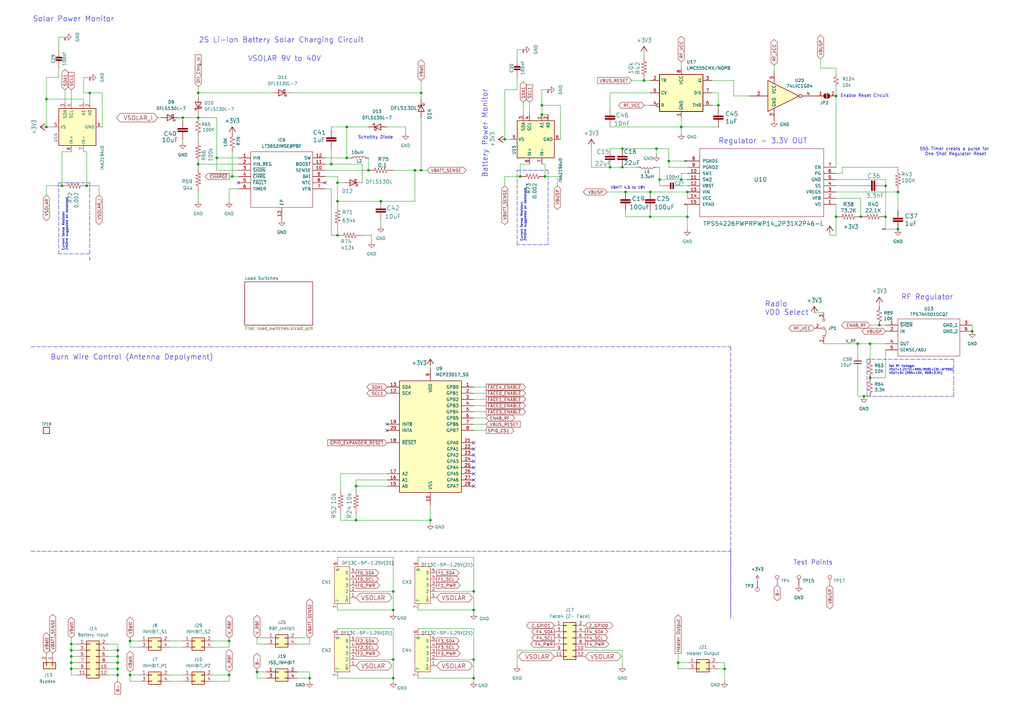
<source format=kicad_sch>
(kicad_sch (version 20250114) (generator "eeschema") (generator_version "9.0")
  (paper "A3")
  (text "Regulator - 3.3V OUT" (at 294.64 59.182 0) (effects (font (size 2.159 2.159)) (justify left bottom)))
  (text "Burn Wire Control (Antenna Depolyment)" (at 54.102 147.828 0) (effects (font (size 2.159 2.159)) (justify bottom)))
  (text "555 Timer creats a pulse for \nOne Shot Regulator Reset" (at 391.922 62.23 0) (effects (font (size 1.27 1.27))))
  (text "Solar Power Monitor" (at 13.462 9.144 0) (effects (font (size 2.159 2.159)) (justify left bottom)))
  (text "Radio\nVDD Select" (at 313.69 129.54 0) (effects (font (size 2.159 2.159)) (justify left bottom)))
  (text "Current Sense Resistor:\n2mOhm suggested on datasheet\n" (at 215.9 99.06 90) (effects (font (size 0.889 0.889)) (justify left bottom)))
  (text "Set RF Voltage:\nVOUT=1.21*(1+R55/R59)+(3E-6*R55)\nVOUT=5V (R55=10K, R59=3.3K)\n" (at 364.49 153.67 0) (effects (font (size 0.889 0.889)) (justify left bottom)))
  (text "Battery Power Monitor" (at 200.152 72.898 90) (effects (font (size 2.159 2.159)) (justify left bottom)))
  (text "VBATT 4.5 to 18V" (at 250.444 77.724 0) (effects (font (size 1.0668 1.0668)) (justify left bottom)))
  (text "VSOLAR 9V to 40V" (at 101.6 25.4 0) (effects (font (size 2.159 2.159)) (justify left bottom)))
  (text "RF Regulator" (at 369.57 123.19 0) (effects (font (size 2.159 2.159)) (justify left bottom)))
  (text "Enable Reset Circuit" (at 354.584 39.37 0) (effects (font (size 1.27 1.27))))
  (text "2S Li-Ion Battery Solar Charging Circuit" (at 81.534 17.78 0) (effects (font (size 2.159 2.159)) (justify left bottom)))
  (text "Schottky Diode\n" (at 161.29 57.15 0) (effects (font (size 1.27 1.27)) (justify right bottom)))
  (text "Test Points" (at 325.374 231.902 0) (effects (font (size 1.905 1.905)) (justify left bottom)))
  (text "Current Sense Resistor:\n2mOhm suggested on datasheet\n" (at 27.94 102.87 90) (effects (font (size 0.889 0.889)) (justify left bottom)))
  (junction (at 29.21 271.78))
  (junction (at 93.98 276.86))
  (junction (at 279.4 52.07))
  (junction (at 48.26 276.86))
  (junction (at 35.56 76.2))
  (junction (at 194.31 278.13))
  (junction (at 161.29 270.51))
  (junction (at 29.21 264.16))
  (junction (at 256.54 78.74))
  (junction (at 351.79 140.97))
  (junction (at 81.28 67.31))
  (junction (at 398.78 135.89))
  (junction (at 194.31 242.57))
  (junction (at 161.29 250.19))
  (junction (at 279.4 73.66))
  (junction (at 146.05 213.36))
  (junction (at 194.31 270.51))
  (junction (at 127 278.13))
  (junction (at 194.31 250.19))
  (junction (at 25.4 76.2))
  (junction (at 142.24 64.77))
  (junction (at 250.19 68.58))
  (junction (at 356.87 140.97))
  (junction (at 353.06 88.9))
  (junction (at 53.34 276.86))
  (junction (at 281.94 78.74))
  (junction (at 142.24 52.07))
  (junction (at 222.25 46.99))
  (junction (at 360.68 133.35))
  (junction (at 135.89 67.31))
  (junction (at 156.21 82.55))
  (junction (at 223.52 72.39))
  (junction (at 93.98 262.89))
  (junction (at 342.9 88.9))
  (junction (at 170.18 69.85))
  (junction (at 368.3 78.74))
  (junction (at 48.26 274.32))
  (junction (at 161.29 278.13))
  (junction (at 74.93 48.26))
  (junction (at 95.25 72.39))
  (junction (at 29.21 269.24))
  (junction (at 363.22 88.9))
  (junction (at 342.9 39.37))
  (junction (at 19.05 40.64))
  (junction (at 36.83 38.1))
  (junction (at 138.43 96.52))
  (junction (at 264.16 33.02))
  (junction (at 222.25 43.18))
  (junction (at 255.27 68.58))
  (junction (at 172.72 69.85))
  (junction (at 88.9 64.77))
  (junction (at 363.22 76.2))
  (junction (at 29.21 274.32))
  (junction (at 297.18 274.32))
  (junction (at 53.34 262.89))
  (junction (at 48.26 266.7))
  (junction (at 138.43 74.93))
  (junction (at 255.27 60.96))
  (junction (at 294.64 43.18))
  (junction (at 270.51 73.66))
  (junction (at 266.7 78.74))
  (junction (at 278.13 271.78))
  (junction (at 146.05 199.39))
  (junction (at 266.7 88.9))
  (junction (at 81.28 48.26))
  (junction (at 274.32 66.04))
  (junction (at 354.33 162.56))
  (junction (at 207.01 57.15))
  (junction (at 161.29 242.57))
  (junction (at 368.3 93.98))
  (junction (at 172.72 38.1))
  (junction (at 356.87 154.94))
  (junction (at 29.21 266.7))
  (junction (at 48.26 271.78))
  (junction (at 281.94 88.9))
  (junction (at 213.36 72.39))
  (junction (at 176.53 213.36))
  (junction (at 81.28 38.1))
  (junction (at 105.41 275.59))
  (junction (at 269.24 60.96))
  (junction (at 19.05 52.07))
  (junction (at 151.13 69.85))
  (junction (at 138.43 82.55))
  (junction (at 48.26 269.24))
  (no_connect (at 194.31 189.23))
  (no_connect (at 194.31 199.39))
  (no_connect (at 158.75 176.53))
  (no_connect (at 194.31 186.69))
  (no_connect (at 133.35 74.93))
  (no_connect (at 194.31 184.15))
  (no_connect (at 194.31 191.77))
  (no_connect (at 97.79 74.93))
  (no_connect (at 194.31 181.61))
  (no_connect (at 194.31 196.85))
  (no_connect (at 194.31 194.31))
  (no_connect (at 158.75 173.99))
  (wire (pts (xy 255.27 68.58) (xy 261.62 68.58)))
  (wire (pts (xy 139.7 210.82) (xy 139.7 213.36)))
  (wire (pts (xy 278.13 271.78) (xy 278.13 274.32)))
  (wire (pts (xy 351.79 162.56) (xy 354.33 162.56)))
  (wire (pts (xy 66.04 48.26) (xy 64.77 48.26)))
  (wire (pts (xy 105.41 261.62) (xy 105.41 264.16)))
  (wire (pts (xy 35.56 76.2) (xy 35.56 62.23)))
  (wire (pts (xy 93.98 265.43) (xy 93.98 262.89)))
  (wire (pts (xy 48.26 269.24) (xy 48.26 271.78)))
  (wire (pts (xy 105.41 264.16) (xy 109.22 264.16)))
  (wire (pts (xy 19.05 52.07) (xy 21.59 52.07)))
  (wire (pts (xy 29.21 269.24) (xy 29.21 271.78)))
  (wire (pts (xy 279.4 25.4) (xy 279.4 27.94)))
  (wire (pts (xy 256.54 78.74) (xy 248.92 78.74)))
  (wire (pts (xy 223.52 67.31) (xy 222.25 67.31)))
  (wire (pts (xy 34.29 38.1) (xy 34.29 31.75)))
  (wire (pts (xy 194.31 279.4) (xy 194.31 278.13)))
  (wire (pts (xy 279.4 52.07) (xy 279.4 48.26)))
  (wire (pts (xy 259.08 33.02) (xy 264.16 33.02)))
  (wire (pts (xy 29.21 271.78) (xy 31.75 271.78)))
  (wire (pts (xy 363.22 76.2) (xy 363.22 88.9)))
  (wire (pts (xy 29.21 266.7) (xy 29.21 269.24)))
  (wire (pts (xy 40.64 80.01) (xy 40.64 76.2)))
  (wire (pts (xy 274.32 66.04) (xy 274.32 68.58)))
  (wire (pts (xy 81.28 67.31) (xy 97.79 67.31)))
  (wire (pts (xy 105.41 278.13) (xy 109.22 278.13)))
  (wire (pts (xy 139.7 194.31) (xy 158.75 194.31)))
  (wire (pts (xy 170.18 69.85) (xy 161.29 69.85)))
  (wire (pts (xy 69.85 279.4) (xy 74.93 279.4)))
  (wire (pts (xy 138.43 278.13) (xy 161.29 278.13)))
  (wire (pts (xy 138.43 96.52) (xy 135.89 96.52)))
  (wire (pts (xy 138.43 228.6) (xy 138.43 229.87)))
  (wire (pts (xy 353.06 81.28) (xy 353.06 88.9)))
  (wire (pts (xy 171.45 278.13) (xy 194.31 278.13)))
  (wire (pts (xy 25.4 76.2) (xy 19.05 76.2)))
  (wire (pts (xy 41.91 38.1) (xy 36.83 38.1)))
  (wire (pts (xy 44.45 264.16) (xy 48.26 264.16)))
  (wire (pts (xy 135.89 52.07) (xy 135.89 53.34)))
  (polyline (pts (xy 36.83 105.41) (xy 36.83 106.68)))
  (wire (pts (xy 250.19 52.07) (xy 279.4 52.07)))
  (wire (pts (xy 53.34 262.89) (xy 53.34 265.43)))
  (wire (pts (xy 351.79 146.05) (xy 351.79 140.97)))
  (wire (pts (xy 142.24 64.77) (xy 143.51 64.77)))
  (wire (pts (xy 292.1 38.1) (xy 294.64 38.1)))
  (wire (pts (xy 121.92 278.13) (xy 127 278.13)))
  (wire (pts (xy 212.09 20.32) (xy 212.09 24.13)))
  (wire (pts (xy 250.19 38.1) (xy 266.7 38.1)))
  (wire (pts (xy 105.41 274.32) (xy 105.41 275.59)))
  (wire (pts (xy 172.72 48.26) (xy 172.72 69.85)))
  (polyline (pts (xy 24.13 74.93) (xy 36.83 74.93)) (stroke (width 0) (type dash)))
  (wire (pts (xy 44.45 269.24) (xy 48.26 269.24)))
  (wire (pts (xy 95.25 62.23) (xy 95.25 72.39)))
  (wire (pts (xy 81.28 38.1) (xy 81.28 39.37)))
  (wire (pts (xy 194.31 176.53) (xy 199.39 176.53)))
  (wire (pts (xy 363.22 154.94) (xy 363.22 143.51)))
  (wire (pts (xy 368.3 68.58) (xy 345.44 68.58)))
  (wire (pts (xy 146.05 210.82) (xy 146.05 213.36)))
  (wire (pts (xy 74.93 48.26) (xy 81.28 48.26)))
  (wire (pts (xy 281.94 81.28) (xy 281.94 78.74)))
  (wire (pts (xy 161.29 251.46) (xy 161.29 250.19)))
  (wire (pts (xy 48.26 264.16) (xy 48.26 266.7)))
  (wire (pts (xy 223.52 72.39) (xy 228.6 72.39)))
  (wire (pts (xy 26.67 15.24) (xy 24.13 15.24)))
  (wire (pts (xy 270.51 73.66) (xy 279.4 73.66)))
  (wire (pts (xy 36.83 38.1) (xy 34.29 38.1)))
  (wire (pts (xy 156.21 82.55) (xy 170.18 82.55)))
  (wire (pts (xy 207.01 57.15) (xy 209.55 57.15)))
  (wire (pts (xy 74.93 57.15) (xy 74.93 58.42)))
  (wire (pts (xy 88.9 69.85) (xy 97.79 69.85)))
  (wire (pts (xy 194.31 257.81) (xy 194.31 270.51)))
  (wire (pts (xy 156.21 90.17) (xy 156.21 92.71)))
  (wire (pts (xy 337.82 140.97) (xy 351.79 140.97)))
  (wire (pts (xy 48.26 276.86) (xy 48.26 279.4)))
  (wire (pts (xy 222.25 46.99) (xy 224.79 46.99)))
  (wire (pts (xy 176.53 214.63) (xy 176.53 213.36)))
  (wire (pts (xy 217.17 46.99) (xy 217.17 41.91)))
  (wire (pts (xy 161.29 257.81) (xy 161.29 270.51)))
  (wire (pts (xy 53.34 275.59) (xy 53.34 276.86)))
  (wire (pts (xy 93.98 72.39) (xy 95.25 72.39)))
  (polyline (pts (xy 391.16 162.56) (xy 391.16 147.32)) (stroke (width 0) (type dash)))
  (wire (pts (xy 148.59 67.31) (xy 148.59 74.93)))
  (wire (pts (xy 93.98 275.59) (xy 93.98 276.86)))
  (wire (pts (xy 138.43 82.55) (xy 138.43 83.82)))
  (wire (pts (xy 363.22 73.66) (xy 363.22 76.2)))
  (polyline (pts (xy 12.7 142.24) (xy 299.72 142.24)) (stroke (width 0) (type dash)))
  (wire (pts (xy 26.67 41.91) (xy 26.67 36.83)))
  (wire (pts (xy 279.4 54.61) (xy 279.4 52.07)))
  (polyline (pts (xy 224.79 100.33) (xy 212.09 100.33)) (stroke (width 0) (type dash)))
  (polyline (pts (xy 299.72 142.24) (xy 299.72 254)) (stroke (width 0) (type dash)))
  (wire (pts (xy 93.98 261.62) (xy 93.98 262.89)))
  (wire (pts (xy 342.9 78.74) (xy 368.3 78.74)))
  (wire (pts (xy 266.7 88.9) (xy 281.94 88.9)))
  (wire (pts (xy 336.55 27.94) (xy 336.55 24.13)))
  (polyline (pts (xy 212.09 69.85) (xy 224.79 69.85)) (stroke (width 0) (type dash)))
  (wire (pts (xy 135.89 96.52) (xy 135.89 77.47)))
  (wire (pts (xy 133.35 64.77) (xy 142.24 64.77)))
  (wire (pts (xy 48.26 274.32) (xy 48.26 276.86)))
  (wire (pts (xy 281.94 88.9) (xy 281.94 93.98)))
  (wire (pts (xy 34.29 41.91) (xy 34.29 40.64)))
  (wire (pts (xy 229.87 43.18) (xy 222.25 43.18)))
  (wire (pts (xy 97.79 72.39) (xy 95.25 72.39)))
  (wire (pts (xy 138.43 74.93) (xy 138.43 82.55)))
  (wire (pts (xy 227.33 266.7) (xy 212.09 266.7)))
  (wire (pts (xy 264.16 33.02) (xy 266.7 33.02)))
  (wire (pts (xy 345.44 68.58) (xy 345.44 71.12)))
  (wire (pts (xy 360.68 124.46) (xy 360.68 125.73)))
  (wire (pts (xy 269.24 60.96) (xy 274.32 60.96)))
  (wire (pts (xy 133.35 72.39) (xy 138.43 72.39)))
  (wire (pts (xy 81.28 35.56) (xy 81.28 38.1)))
  (wire (pts (xy 340.36 96.52) (xy 340.36 95.25)))
  (wire (pts (xy 69.85 262.89) (xy 74.93 262.89)))
  (wire (pts (xy 53.34 261.62) (xy 53.34 262.89)))
  (wire (pts (xy 342.9 88.9) (xy 342.9 96.52)))
  (wire (pts (xy 213.36 72.39) (xy 213.36 67.31)))
  (wire (pts (xy 242.57 59.69) (xy 242.57 68.58)))
  (wire (pts (xy 278.13 267.97) (xy 278.13 271.78)))
  (wire (pts (xy 194.31 278.13) (xy 194.31 270.51)))
  (wire (pts (xy 53.34 279.4) (xy 57.15 279.4)))
  (wire (pts (xy 266.7 88.9) (xy 266.7 86.36)))
  (wire (pts (xy 74.93 49.53) (xy 74.93 48.26)))
  (wire (pts (xy 121.92 275.59) (xy 127 275.59)))
  (wire (pts (xy 127 261.62) (xy 127 264.16)))
  (wire (pts (xy 172.72 69.85) (xy 175.26 69.85)))
  (wire (pts (xy 73.66 48.26) (xy 74.93 48.26)))
  (wire (pts (xy 29.21 41.91) (xy 29.21 36.83)))
  (wire (pts (xy 158.75 52.07) (xy 166.37 52.07)))
  (wire (pts (xy 29.21 269.24) (xy 31.75 269.24)))
  (wire (pts (xy 363.22 93.98) (xy 363.22 88.9)))
  (wire (pts (xy 172.72 33.02) (xy 172.72 38.1)))
  (wire (pts (xy 148.59 96.52) (xy 152.4 96.52)))
  (wire (pts (xy 127 278.13) (xy 127 279.4)))
  (wire (pts (xy 135.89 77.47) (xy 133.35 77.47)))
  (wire (pts (xy 171.45 257.81) (xy 194.31 257.81)))
  (wire (pts (xy 212.09 266.7) (xy 212.09 273.05)))
  (wire (pts (xy 138.43 82.55) (xy 156.21 82.55)))
  (wire (pts (xy 292.1 33.02) (xy 300.99 33.02)))
  (wire (pts (xy 342.9 76.2) (xy 354.33 76.2)))
  (wire (pts (xy 146.05 213.36) (xy 176.53 213.36)))
  (wire (pts (xy 264.16 43.18) (xy 266.7 43.18)))
  (wire (pts (xy 269.24 68.58) (xy 270.51 68.58)))
  (wire (pts (xy 81.28 67.31) (xy 81.28 68.58)))
  (wire (pts (xy 194.31 242.57) (xy 179.07 242.57)))
  (wire (pts (xy 212.09 31.75) (xy 212.09 36.83)))
  (wire (pts (xy 158.75 199.39) (xy 146.05 199.39)))
  (wire (pts (xy 342.9 73.66) (xy 363.22 73.66)))
  (wire (pts (xy 354.33 162.56) (xy 356.87 162.56)))
  (wire (pts (xy 279.4 52.07) (xy 294.64 52.07)))
  (wire (pts (xy 69.85 265.43) (xy 74.93 265.43)))
  (wire (pts (xy 294.64 271.78) (xy 297.18 271.78)))
  (wire (pts (xy 223.52 72.39) (xy 223.52 67.31)))
  (wire (pts (xy 170.18 69.85) (xy 172.72 69.85)))
  (wire (pts (xy 97.79 77.47) (xy 93.98 77.47)))
  (wire (pts (xy 161.29 242.57) (xy 146.05 242.57)))
  (wire (pts (xy 342.9 83.82) (xy 342.9 88.9)))
  (wire (pts (xy 361.95 76.2) (xy 363.22 76.2)))
  (wire (pts (xy 35.56 62.23) (xy 34.29 62.23)))
  (wire (pts (xy 138.43 72.39) (xy 138.43 74.93)))
  (wire (pts (xy 229.87 57.15) (xy 229.87 43.18)))
  (wire (pts (xy 135.89 67.31) (xy 133.35 67.31)))
  (polyline (pts (xy 24.13 104.14) (xy 24.13 74.93)) (stroke (width 0) (type dash)))
  (wire (pts (xy 171.45 228.6) (xy 194.31 228.6)))
  (wire (pts (xy 161.29 242.57) (xy 161.29 250.19)))
  (polyline (pts (xy 355.6 147.32) (xy 355.6 162.56)) (stroke (width 0) (type dash)))
  (wire (pts (xy 294.64 274.32) (xy 297.18 274.32)))
  (wire (pts (xy 199.39 163.83) (xy 194.31 163.83)))
  (wire (pts (xy 240.03 266.7) (xy 255.27 266.7)))
  (wire (pts (xy 214.63 20.32) (xy 212.09 20.32)))
  (wire (pts (xy 133.35 69.85) (xy 151.13 69.85)))
  (wire (pts (xy 274.32 68.58) (xy 281.94 68.58)))
  (wire (pts (xy 19.05 80.01) (xy 19.05 76.2)))
  (wire (pts (xy 138.43 250.19) (xy 161.29 250.19)))
  (wire (pts (xy 317.5 26.67) (xy 317.5 29.21)))
  (wire (pts (xy 342.9 96.52) (xy 340.36 96.52)))
  (polyline (pts (xy 224.79 69.85) (xy 224.79 100.33)) (stroke (width 0) (type dash)))
  (polyline (pts (xy 391.16 147.32) (xy 355.6 147.32)) (stroke (width 0) (type dash)))
  (wire (pts (xy 342.9 39.37) (xy 342.9 68.58)))
  (wire (pts (xy 151.13 64.77) (xy 151.13 69.85)))
  (wire (pts (xy 135.89 60.96) (xy 135.89 67.31)))
  (wire (pts (xy 194.31 250.19) (xy 194.31 242.57)))
  (wire (pts (xy 44.45 266.7) (xy 48.26 266.7)))
  (wire (pts (xy 250.19 68.58) (xy 255.27 68.58)))
  (wire (pts (xy 138.43 257.81) (xy 161.29 257.81)))
  (wire (pts (xy 161.29 278.13) (xy 161.29 279.4)))
  (wire (pts (xy 170.18 82.55) (xy 170.18 69.85)))
  (wire (pts (xy 121.92 261.62) (xy 127 261.62)))
  (wire (pts (xy 81.28 46.99) (xy 81.28 48.26)))
  (wire (pts (xy 152.4 96.52) (xy 152.4 99.06)))
  (wire (pts (xy 199.39 168.91) (xy 194.31 168.91)))
  (wire (pts (xy 105.41 261.62) (xy 109.22 261.62)))
  (wire (pts (xy 25.4 76.2) (xy 25.4 62.23)))
  (wire (pts (xy 368.3 78.74) (xy 368.3 86.36)))
  (wire (pts (xy 138.43 93.98) (xy 138.43 96.52)))
  (wire (pts (xy 31.75 274.32) (xy 29.21 274.32)))
  (wire (pts (xy 142.24 64.77) (xy 142.24 52.07)))
  (wire (pts (xy 24.13 31.75) (xy 19.05 31.75)))
  (wire (pts (xy 93.98 77.47) (xy 93.98 82.55)))
  (wire (pts (xy 199.39 158.75) (xy 194.31 158.75)))
  (wire (pts (xy 88.9 64.77) (xy 97.79 64.77)))
  (wire (pts (xy 363.22 93.98) (xy 368.3 93.98)))
  (wire (pts (xy 19.05 52.07) (xy 19.05 40.64)))
  (wire (pts (xy 194.31 251.46) (xy 194.31 250.19)))
  (wire (pts (xy 81.28 38.1) (xy 111.76 38.1)))
  (wire (pts (xy 53.34 262.89) (xy 57.15 262.89)))
  (wire (pts (xy 250.19 44.45) (xy 250.19 38.1)))
  (wire (pts (xy 300.99 39.37) (xy 307.34 39.37)))
  (polyline (pts (xy 36.83 105.41) (xy 36.83 106.68)))
  (wire (pts (xy 87.63 265.43) (xy 93.98 265.43)))
  (wire (pts (xy 342.9 35.56) (xy 342.9 39.37)))
  (wire (pts (xy 176.53 149.86) (xy 176.53 151.13)))
  (wire (pts (xy 242.57 68.58) (xy 250.19 68.58)))
  (wire (pts (xy 139.7 200.66) (xy 139.7 194.31)))
  (wire (pts (xy 334.01 128.27) (xy 337.82 128.27)))
  (wire (pts (xy 25.4 62.23) (xy 29.21 62.23)))
  (wire (pts (xy 93.98 262.89) (xy 87.63 262.89)))
  (wire (pts (xy 146.05 199.39) (xy 146.05 200.66)))
  (wire (pts (xy 36.83 31.75) (xy 34.29 31.75)))
  (wire (pts (xy 53.34 276.86) (xy 53.34 279.4)))
  (wire (pts (xy 356.87 147.32) (xy 356.87 140.97)))
  (wire (pts (xy 48.26 271.78) (xy 48.26 274.32)))
  (wire (pts (xy 176.53 213.36) (xy 176.53 207.01)))
  (wire (pts (xy 266.7 78.74) (xy 281.94 78.74)))
  (wire (pts (xy 36.83 41.91) (xy 36.83 38.1)))
  (wire (pts (xy 222.25 43.18) (xy 222.25 36.83)))
  (wire (pts (xy 297.18 271.78) (xy 297.18 274.32)))
  (wire (pts (xy 351.79 151.13) (xy 351.79 162.56)))
  (wire (pts (xy 356.87 140.97) (xy 363.22 140.97)))
  (wire (pts (xy 87.63 279.4) (xy 93.98 279.4)))
  (polyline (pts (xy 36.83 104.14) (xy 24.13 104.14)) (stroke (width 0) (type dash)))
  (wire (pts (xy 199.39 171.45) (xy 194.31 171.45)))
  (wire (pts (xy 35.56 76.2) (xy 40.64 76.2)))
  (wire (pts (xy 213.36 67.31) (xy 217.17 67.31)))
  (wire (pts (xy 44.45 271.78) (xy 48.26 271.78)))
  (wire (pts (xy 81.28 48.26) (xy 88.9 48.26)))
  (wire (pts (xy 29.21 266.7) (xy 31.75 266.7)))
  (wire (pts (xy 356.87 133.35) (xy 360.68 133.35)))
  (wire (pts (xy 146.05 196.85) (xy 146.05 199.39)))
  (wire (pts (xy 278.13 271.78) (xy 281.94 271.78)))
  (wire (pts (xy 24.13 15.24) (xy 24.13 20.32)))
  (wire (pts (xy 29.21 264.16) (xy 31.75 264.16)))
  (wire (pts (xy 81.28 78.74) (xy 81.28 82.55)))
  (wire (pts (xy 105.41 275.59) (xy 105.41 278.13)))
  (wire (pts (xy 161.29 228.6) (xy 161.29 242.57)))
  (wire (pts (xy 300.99 33.02) (xy 300.99 39.37)))
  (wire (pts (xy 199.39 166.37) (xy 194.31 166.37)))
  (polyline (pts (xy 36.83 74.93) (xy 36.83 104.14)) (stroke (width 0) (type dash)))
  (wire (pts (xy 279.4 73.66) (xy 279.4 71.12)))
  (wire (pts (xy 255.27 60.96) (xy 269.24 60.96)))
  (wire (pts (xy 142.24 52.07) (xy 151.13 52.07)))
  (wire (pts (xy 294.64 38.1) (xy 294.64 43.18)))
  (wire (pts (xy 270.51 76.2) (xy 270.51 73.66)))
  (wire (pts (xy 138.43 74.93) (xy 140.97 74.93)))
  (wire (pts (xy 250.19 60.96) (xy 255.27 60.96)))
  (wire (pts (xy 127 275.59) (xy 127 278.13)))
  (wire (pts (xy 171.45 250.19) (xy 194.31 250.19)))
  (wire (pts (xy 278.13 274.32) (xy 281.94 274.32)))
  (wire (pts (xy 294.64 43.18) (xy 294.64 44.45)))
  (wire (pts (xy 270.51 73.66) (xy 270.51 68.58)))
  (wire (pts (xy 161.29 270.51) (xy 161.29 278.13)))
  (wire (pts (xy 29.21 274.32) (xy 29.21 271.78)))
  (wire (pts (xy 269.24 63.5) (xy 269.24 60.96)))
  (wire (pts (xy 256.54 88.9) (xy 266.7 88.9)))
  (wire (pts (xy 270.51 76.2) (xy 271.78 76.2)))
  (polyline (pts (xy 299.72 226.06) (xy 299.72 252.73)))
  (wire (pts (xy 214.63 46.99) (xy 214.63 41.91)))
  (wire (pts (xy 105.41 275.59) (xy 109.22 275.59)))
  (wire (pts (xy 138.43 228.6) (xy 161.29 228.6)))
  (wire (pts (xy 53.34 265.43) (xy 57.15 265.43)))
  (wire (pts (xy 194.31 228.6) (xy 194.31 242.57)))
  (wire (pts (xy 199.39 161.29) (xy 194.31 161.29)))
  (wire (pts (xy 29.21 276.86) (xy 29.21 274.32)))
  (wire (pts (xy 121.92 264.16) (xy 127 264.16)))
  (wire (pts (xy 279.4 76.2) (xy 281.94 76.2)))
  (wire (pts (xy 255.27 266.7) (xy 255.27 273.05)))
  (wire (pts (xy 29.21 261.62) (xy 29.21 264.16)))
  (polyline (pts (xy 12.7 226.06) (xy 299.72 226.06)) (stroke (width 0) (type dash)))
  (wire (pts (xy 274.32 60.96) (xy 274.32 66.04)))
  (wire (pts (xy 31.75 276.86) (xy 29.21 276.86)))
  (wire (pts (xy 44.45 276.86) (xy 48.26 276.86)))
  (wire (pts (xy 342.9 27.94) (xy 336.55 27.94)))
  (wire (pts (xy 29.21 264.16) (xy 29.21 266.7)))
  (wire (pts (xy 88.9 48.26) (xy 88.9 64.77)))
  (wire (pts (xy 281.94 66.04) (xy 274.32 66.04)))
  (wire (pts (xy 228.6 76.2) (xy 228.6 72.39)))
  (wire (pts (xy 207.01 57.15) (xy 207.01 36.83)))
  (wire (pts (xy 24.13 27.94) (xy 24.13 31.75)))
  (wire (pts (xy 281.94 71.12) (xy 279.4 71.12)))
  (wire (pts (xy 292.1 43.18) (xy 294.64 43.18)))
  (wire (pts (xy 69.85 276.86) (xy 74.93 276.86)))
  (wire (pts (xy 139.7 213.36) (xy 146.05 213.36)))
  (wire (pts (xy 93.98 276.86) (xy 87.63 276.86)))
  (wire (pts (xy 148.59 67.31) (xy 135.89 67.31)))
  (wire (pts (xy 53.34 276.86) (xy 57.15 276.86)))
  (wire (pts (xy 345.44 71.12) (xy 342.9 71.12)))
  (wire (pts (xy 88.9 64.77) (xy 88.9 69.85)))
  (wire (pts (xy 264.16 21.59) (xy 264.16 22.86)))
  (wire (pts (xy 212.09 36.83) (xy 207.01 36.83)))
  (wire (pts (xy 360.68 133.35) (xy 363.22 133.35)))
  (wire (pts (xy 224.79 36.83) (xy 222.25 36.83)))
  (wire (pts (xy 256.54 88.9) (xy 256.54 86.36)))
  (wire (pts (xy 48.26 266.7) (xy 48.26 269.24)))
  (wire (pts (xy 199.39 173.99) (xy 194.31 173.99)))
  (wire (pts (xy 207.01 76.2) (xy 207.01 72.39)))
  (wire (pts (xy 34.29 40.64) (xy 19.05 40.64)))
  (wire (pts (xy 281.94 73.66) (xy 279.4 73.66)))
  (wire (pts (xy 213.36 72.39) (xy 207.01 72.39)))
  (wire (pts (xy 119.38 38.1) (xy 172.72 38.1)))
  (wire (pts (xy 356.87 154.94) (xy 363.22 154.94)))
  (wire (pts (xy 44.45 274.32) (xy 48.26 274.32)))
  (wire (pts (xy 256.54 78.74) (xy 266.7 78.74)))
  (wire (pts (xy 342.9 27.94) (xy 342.9 30.48)))
  (wire (pts (xy 194.31 270.51) (xy 179.07 270.51)))
  (wire (pts (xy 81.28 55.88) (xy 81.28 57.15)))
  (polyline (pts (xy 355.6 162.56) (xy 391.16 162.56)) (stroke (width 0) (type dash)))
  (wire (pts (xy 342.9 81.28) (xy 353.06 81.28)))
  (wire (pts (xy 146.05 270.51) (xy 161.29 270.51)))
  (polyline (pts (xy 212.09 100.33) (xy 212.09 69.85)) (stroke (width 0) (type dash)))
  (wire (pts (xy 19.05 40.64) (xy 19.05 31.75)))
  (wire (pts (xy 171.45 229.87) (xy 171.45 228.6)))
  (wire (pts (xy 41.91 52.07) (xy 41.91 38.1)))
  (wire (pts (xy 297.18 274.32) (xy 297.18 279.4)))
  (wire (pts (xy 172.72 38.1) (xy 172.72 40.64)))
  (wire (pts (xy 351.79 140.97) (xy 356.87 140.97)))
  (wire (pts (xy 158.75 196.85) (xy 146.05 196.85)))
  (wire (pts (xy 93.98 279.4) (xy 93.98 276.86)))
  (wire (pts (xy 166.37 52.07) (xy 166.37 54.61)))
  (wire (pts (xy 398.78 135.89) (xy 398.78 133.35)))
  (wire (pts (xy 281.94 83.82) (xy 281.94 88.9)))
  (wire (pts (xy 142.24 52.07) (xy 135.89 52.07)))
  (wire (pts (xy 222.25 46.99) (xy 222.25 43.18)))
  (label "V_RF" (at 346.71 140.97 0))
  (global_label "VBatt" (shape bidirectional) (at 172.72 33.02 90) (property "Intersheetrefs" "${INTERSHEET_REFS}" (effects (hide yes))))
  (global_label "Heater Output" (shape output) (at 278.13 267.97 90) (property "Intersheetrefs" "${INTERSHEET_REFS}" (effects (hide yes))))
  (global_label "Dir_Chrg_In" (shape input) (at 81.28 35.56 90) (property "Intersheetrefs" "${INTERSHEET_REFS}" (effects (hide yes))))
  (global_label "VBUSP" (shape bidirectional) (at 340.36 240.03 270) (property "Intersheetrefs" "${INTERSHEET_REFS}" (effects (hide yes))))
  (global_label "~{FACE2_ENABLE}" (shape output) (at 199.39 166.37 0) (property "Intersheetrefs" "${INTERSHEET_REFS}" (effects (hide yes))))
  (global_label "V_RBF" (shape bidirectional) (at 93.98 261.62 90) (property "Intersheetrefs" "${INTERSHEET_REFS}" (effects (hide yes))))
  (global_label "Z_GPIO1" (shape bidirectional) (at 227.33 256.54 180) (property "Intersheetrefs" "${INTERSHEET_REFS}" (effects (hide yes))))
  (global_label "F3_SCL" (shape output) (at 179.07 265.43 0) (property "Intersheetrefs" "${INTERSHEET_REFS}" (effects (hide yes))))
  (global_label "GND" (shape bidirectional) (at 281.94 83.82 180) (effects (font (size 0.254 0.254))) (property "Intersheetrefs" "${INTERSHEET_REFS}" (effects (hide yes))))
  (global_label "SDA1" (shape bidirectional) (at 26.67 36.83 90) (property "Intersheetrefs" "${INTERSHEET_REFS}" (effects (hide yes))))
  (global_label "F0_PWR" (shape output) (at 146.05 240.03 0) (property "Intersheetrefs" "${INTERSHEET_REFS}" (effects (hide yes))))
  (global_label "F4_SCL" (shape output) (at 227.33 261.62 180) (property "Intersheetrefs" "${INTERSHEET_REFS}" (effects (hide yes))))
  (global_label "Z_GPIO0" (shape bidirectional) (at 240.03 256.54 0) (property "Intersheetrefs" "${INTERSHEET_REFS}" (effects (hide yes))))
  (global_label "F3_SDA" (shape output) (at 179.07 262.89 0) (property "Intersheetrefs" "${INTERSHEET_REFS}" (effects (hide yes))))
  (global_label "VBUSP" (shape bidirectional) (at 336.55 24.13 90) (property "Intersheetrefs" "${INTERSHEET_REFS}" (effects (hide yes))))
  (global_label "F4_SCL" (shape output) (at 240.03 261.62 0) (property "Intersheetrefs" "${INTERSHEET_REFS}" (effects (hide yes))))
  (global_label "SCL1" (shape input) (at 29.21 36.83 90) (property "Intersheetrefs" "${INTERSHEET_REFS}" (effects (hide yes))))
  (global_label "F0_SDA" (shape output) (at 146.05 234.95 0) (property "Intersheetrefs" "${INTERSHEET_REFS}" (effects (hide yes))))
  (global_label "F4_SDA" (shape output) (at 240.03 259.08 0) (property "Intersheetrefs" "${INTERSHEET_REFS}" (effects (hide yes))))
  (global_label "B-" (shape input) (at 48.26 279.4 270) (property "Intersheetrefs" "${INTERSHEET_REFS}" (effects (hide yes))))
  (global_label "GND" (shape bidirectional) (at 36.83 31.75 270) (effects (font (size 0.254 0.254))) (property "Intersheetrefs" "${INTERSHEET_REFS}" (effects (hide yes))))
  (global_label "RF_VCC" (shape bidirectional) (at 334.01 134.62 180) (property "Intersheetrefs" "${INTERSHEET_REFS}" (effects (hide yes))))
  (global_label "VBUS_RESET" (shape input) (at 259.08 33.02 180) (property "Intersheetrefs" "${INTERSHEET_REFS}" (effects (hide yes))))
  (global_label "SCL1" (shape input) (at 217.17 41.91 90) (property "Intersheetrefs" "${INTERSHEET_REFS}" (effects (hide yes))))
  (global_label "VBATT_SENSE" (shape bidirectional) (at 21.59 267.97 90) (property "Intersheetrefs" "${INTERSHEET_REFS}" (effects (hide yes))))
  (global_label "F2_SCL" (shape output) (at 146.05 265.43 0) (property "Intersheetrefs" "${INTERSHEET_REFS}" (effects (hide yes))))
  (global_label "~{GPIO_EXPANDER_RESET}" (shape input) (at 158.75 181.61 180) (property "Intersheetrefs" "${INTERSHEET_REFS}" (effects (hide yes))))
  (global_label "VBATT_SENSE" (shape bidirectional) (at 127 261.62 90) (property "Intersheetrefs" "${INTERSHEET_REFS}" (effects (hide yes))))
  (global_label "V_RBF" (shape bidirectional) (at 105.41 261.62 90) (property "Intersheetrefs" "${INTERSHEET_REFS}" (effects (hide yes))))
  (global_label "SPI0_CS1" (shape output) (at 199.39 176.53 0) (property "Intersheetrefs" "${INTERSHEET_REFS}" (effects (hide yes))))
  (global_label "VSOLAR" (shape bidirectional) (at 227.33 269.24 180) (effects (font (size 1.778 1.778))) (property "Intersheetrefs" "${INTERSHEET_REFS}" (effects (hide yes))))
  (global_label "VBUS_RESET" (shape input) (at 199.39 173.99 0) (property "Intersheetrefs" "${INTERSHEET_REFS}" (effects (hide yes))))
  (global_label "SDA1" (shape bidirectional) (at 214.63 41.91 90) (property "Intersheetrefs" "${INTERSHEET_REFS}" (effects (hide yes))))
  (global_label "VSOLAR" (shape bidirectional) (at 179.07 273.05 0) (effects (font (size 1.778 1.778))) (property "Intersheetrefs" "${INTERSHEET_REFS}" (effects (hide yes))))
  (global_label "F2_PWR" (shape output) (at 146.05 267.97 0) (property "Intersheetrefs" "${INTERSHEET_REFS}" (effects (hide yes))))
  (global_label "~{FACE3_ENABLE}" (shape output) (at 199.39 168.91 0) (property "Intersheetrefs" "${INTERSHEET_REFS}" (effects (hide yes))))
  (global_label "VSOLAR" (shape bidirectional) (at 19.05 80.01 270) (property "Intersheetrefs" "${INTERSHEET_REFS}" (effects (hide yes))))
  (global_label "GND" (shape bidirectional) (at 281.94 66.04 180) (effects (font (size 0.254 0.254))) (property "Intersheetrefs" "${INTERSHEET_REFS}" (effects (hide yes))))
  (global_label "ENAB_RF" (shape bidirectional) (at 356.87 133.35 180) (property "Intersheetrefs" "${INTERSHEET_REFS}" (effects (hide yes))))
  (global_label "V_RBF" (shape bidirectional) (at 93.98 275.59 90) (property "Intersheetrefs" "${INTERSHEET_REFS}" (effects (hide yes))))
  (global_label "~{FACE1_ENABLE}" (shape output) (at 199.39 163.83 0) (property "Intersheetrefs" "${INTERSHEET_REFS}" (effects (hide yes))))
  (global_label "VBATT_SENSE" (shape bidirectional) (at 207.01 76.2 270) (property "Intersheetrefs" "${INTERSHEET_REFS}" (effects (hide yes))))
  (global_label "SDA1" (shape bidirectional) (at 158.75 158.75 180) (property "Intersheetrefs" "${INTERSHEET_REFS}" (effects (hide yes))))
  (global_label "F0_SCL" (shape output) (at 146.05 237.49 0) (property "Intersheetrefs" "${INTERSHEET_REFS}" (effects (hide yes))))
  (global_label "SCL1" (shape bidirectional) (at 158.75 161.29 180) (property "Intersheetrefs" "${INTERSHEET_REFS}" (effects (hide yes))))
  (global_label "GND" (shape bidirectional) (at 214.63 20.32 270) (effects (font (size 0.254 0.254))) (property "Intersheetrefs" "${INTERSHEET_REFS}" (effects (hide yes))))
  (global_label "F1_SDA" (shape output) (at 179.07 234.95 0) (property "Intersheetrefs" "${INTERSHEET_REFS}" (effects (hide yes))))
  (global_label "B-" (shape bidirectional) (at 318.77 240.03 270) (property "Intersheetrefs" "${INTERSHEET_REFS}" (effects (hide yes))))
  (global_label "F4_SDA" (shape output) (at 227.33 259.08 180) (property "Intersheetrefs" "${INTERSHEET_REFS}" (effects (hide yes))))
  (global_label "VSOLAR_I" (shape bidirectional) (at 40.64 80.01 270) (property "Intersheetrefs" "${INTERSHEET_REFS}" (effects (hide yes))))
  (global_label "GND" (shape bidirectional) (at 26.67 15.24 270) (effects (font (size 0.254 0.254))) (property "Intersheetrefs" "${INTERSHEET_REFS}" (effects (hide yes))))
  (global_label "VSOLAR_I" (shape bidirectional) (at 64.77 48.26 180) (effects (font (size 1.778 1.778))) (property "Intersheetrefs" "${INTERSHEET_REFS}" (effects (hide yes))))
  (global_label "VBatt" (shape bidirectional) (at 29.21 261.62 90) (property "Intersheetrefs" "${INTERSHEET_REFS}" (effects (hide yes))))
  (global_label "F4_PWR" (shape output) (at 227.33 264.16 180) (property "Intersheetrefs" "${INTERSHEET_REFS}" (effects (hide yes))))
  (global_label "F1_PWR" (shape output) (at 179.07 240.03 0) (property "Intersheetrefs" "${INTERSHEET_REFS}" (effects (hide yes))))
  (global_label "VBATT_SENSE" (shape bidirectional) (at 175.26 69.85 0) (property "Intersheetrefs" "${INTERSHEET_REFS}" (effects (hide yes))))
  (global_label "~{FACE4_ENABLE}" (shape output) (at 199.39 158.75 0) (property "Intersheetrefs" "${INTERSHEET_REFS}" (effects (hide yes))))
  (global_label "VSOLAR" (shape bidirectional) (at 179.07 245.11 0) (effects (font (size 1.778 1.778))) (property "Intersheetrefs" "${INTERSHEET_REFS}" (effects (hide yes))))
  (global_label "VBatt" (shape bidirectional) (at 53.34 275.59 90) (property "Intersheetrefs" "${INTERSHEET_REFS}" (effects (hide yes))))
  (global_label "VBatt" (shape bidirectional) (at 53.34 261.62 90) (property "Intersheetrefs" "${INTERSHEET_REFS}" (effects (hide yes))))
  (global_label "GND" (shape bidirectional) (at 224.79 36.83 270) (effects (font (size 0.254 0.254))) (property "Intersheetrefs" "${INTERSHEET_REFS}" (effects (hide yes))))
  (global_label "RF_VCC" (shape bidirectional) (at 264.16 43.18 180) (property "Intersheetrefs" "${INTERSHEET_REFS}" (effects (hide yes))))
  (global_label "~{CHARGE}" (shape output) (at 93.98 72.39 180) (property "Intersheetrefs" "${INTERSHEET_REFS}" (effects (hide yes))))
  (global_label "F1_SCL" (shape output) (at 179.07 237.49 0) (property "Intersheetrefs" "${INTERSHEET_REFS}" (effects (hide yes))))
  (global_label "VSOLAR" (shape bidirectional) (at 146.05 245.11 0) (effects (font (size 1.778 1.778))) (property "Intersheetrefs" "${INTERSHEET_REFS}" (effects (hide yes))))
  (global_label "VBatt" (shape bidirectional) (at 19.05 267.97 90) (property "Intersheetrefs" "${INTERSHEET_REFS}" (effects (hide yes))))
  (global_label "F2_SDA" (shape output) (at 146.05 262.89 0) (property "Intersheetrefs" "${INTERSHEET_REFS}" (effects (hide yes))))
  (global_label "VBUSP" (shape bidirectional) (at 363.22 135.89 180) (property "Intersheetrefs" "${INTERSHEET_REFS}" (effects (hide yes))))
  (global_label "GND" (shape bidirectional) (at 363.22 93.98 180) (effects (font (size 0.254 0.254))) (property "Intersheetrefs" "${INTERSHEET_REFS}" (effects (hide yes))))
  (global_label "RF_VCC" (shape bidirectional) (at 279.4 25.4 90) (property "Intersheetrefs" "${INTERSHEET_REFS}" (effects (hide yes))))
  (global_label "RF_VCC" (shape bidirectional) (at 317.5 26.67 90) (property "Intersheetrefs" "${INTERSHEET_REFS}" (effects (hide yes))))
  (global_label "F3_PWR" (shape output) (at 179.07 267.97 0) (property "Intersheetrefs" "${INTERSHEET_REFS}" (effects (hide yes))))
  (global_label "F4_PWR" (shape output) (at 240.03 264.16 0) (property "Intersheetrefs" "${INTERSHEET_REFS}" (effects (hide yes))))
  (global_label "B-" (shape bidirectional) (at 105.41 274.32 90) (property "Intersheetrefs" "${INTERSHEET_REFS}" (effects (hide yes))))
  (global_label "VSOLAR" (shape bidirectional) (at 146.05 273.05 0) (effects (font (size 1.778 1.778))) (property "Intersheetrefs" "${INTERSHEET_REFS}" (effects (hide yes))))
  (global_label "~{FACE0_ENABLE}" (shape output) (at 199.39 161.29 0) (property "Intersheetrefs" "${INTERSHEET_REFS}" (effects (hide yes))))
  (global_label "VSOLAR" (shape bidirectional) (at 240.03 269.24 0) (effects (font (size 1.778 1.778))) (property "Intersheetrefs" "${INTERSHEET_REFS}" (effects (hide yes))))
  (global_label "ENAB_RF" (shape bidirectional) (at 199.39 171.45 0) (property "Intersheetrefs" "${INTERSHEET_REFS}" (effects (hide yes))))
  (global_label "VBUSP" (shape bidirectional) (at 228.6 76.2 270) (property "Intersheetrefs" "${INTERSHEET_REFS}" (effects (hide yes))))
  (global_label "VBUSP" (shape bidirectional) (at 248.92 78.74 180) (property "Intersheetrefs" "${INTERSHEET_REFS}" (effects (hide yes))))
  (symbol (lib_id "power:GND") (at 93.98 82.55 0) (unit 1)
    (property "Reference" "#PWR0103" (effects (hide yes)))
    (property "Value" "GND" (at 93.98 87.63 0))
  )
  (symbol (lib_id "Connector:TestPoint") (at 310.642 238.506 180) (unit 1)
    (property "Reference" "TP3" (at 309.1688 240.3348 0) (effects (justify left)))
    (property "Value" "TestPoint" (effects (hide yes)))
    (property "Footprint" "TestPoint:TestPoint_Loop_D1.80mm_Drill1.0mm_Beaded" (effects (hide yes)))
  )
  (symbol (lib_id "Timer:LMC555xM") (at 279.4 38.1 0) (unit 1)
    (property "Reference" "U17" (at 281.5941 25.4 0) (effects (justify left)))
    (property "Value" "LMC555CMX/NOPB" (at 281.5941 27.94 0) (effects (justify left)))
    (property "Footprint" "Package_SO:SOIC-8_3.9x4.9mm_P1.27mm" (effects (hide yes)))
    (property "Datasheet" "https://www.ti.com/lit/ds/symlink/lmc555.pdf" (effects (hide yes)))
    (property "Description" "CMOS Timer, 555 compatible, SOIC-8" (effects (hide yes)))
  )
  (symbol (lib_id "mainboard:R-US_R0603") (at 143.51 96.52 180) (unit 1)
    (property "Reference" "R74" (at 139.7 99.06 0) (effects (font (size 1.4986 1.4986)) (justify right)))
    (property "Value" "412k" (at 139.7 101.6 0) (effects (font (size 1.4986 1.4986)) (justify right)))
    (property "Footprint" "Resistor_SMD:R_0603_1608Metric" (effects (hide yes)))
    (property "Description" "787K 0603" (effects (hide yes)))
  )
  (symbol (lib_id "Connector_Generic:Conn_02x02_Odd_Even") (at 114.3 275.59 0) (unit 1)
    (property "Reference" "J19" (at 115.57 269.24 0))
    (property "Value" "ISS_INHIBIT" (at 115.57 271.78 0))
    (property "Footprint" "Connector_Hirose:Hirose_DF11-4DP-2DSA_2x02_P2.00mm_Vertical" (effects (hide yes)))
    (property "Description" "Generic connector, double row, 02x02, odd/even pin numbering scheme (row 1 odd numbers, row 2 even numbers), script generated (kicad-library-utils/schlib/autogen/connector/)" (effects (hide yes)))
  )
  (symbol (lib_id "Device:C_Small") (at 351.79 148.59 180) (unit 1)
    (property "Reference" "C39" (at 349.4786 147.4216 0) (effects (justify left)))
    (property "Value" "10uF" (at 349.4786 149.733 0) (effects (justify left)))
    (property "Footprint" "Capacitor_SMD:C_0603_1608Metric" (effects (hide yes)))
    (property "Description" "10uF +-20% 10V X5R" (effects (hide yes)))
  )
  (symbol (lib_id "Connector_Generic:Conn_02x06_Odd_Even") (at 36.83 269.24 0) (unit 1)
    (property "Reference" "J14" (at 38.1 257.81 0))
    (property "Value" "Battery Input" (at 38.1 260.35 0))
    (property "Footprint" "Connector_Hirose:Hirose_DF11-12DP-2DSA_2x06_P2.00mm_Vertical" (effects (hide yes)))
    (property "Description" "Generic connector, double row, 02x06, odd/even pin numbering scheme (row 1 odd numbers, row 2 even numbers), script generated (kicad-library-utils/schlib/autogen/connector/)" (effects (hide yes)))
  )
  (symbol (lib_id "power:GND") (at 166.37 54.61 0) (unit 1)
    (property "Reference" "#PWR0108" (effects (hide yes)))
    (property "Value" "GND" (at 166.37 59.69 0))
  )
  (symbol (lib_id "power:GND") (at 255.27 273.05 0) (unit 1)
    (property "Reference" "#PWR091" (effects (hide yes)))
    (property "Value" "GND" (at 255.27 278.13 0))
  )
  (symbol (lib_id "Adafruit ItsyBitsy RP2040-eagle-import:CAP_CERAMIC_0402NO") (at 212.09 29.21 0) (unit 1)
    (property "Reference" "C30" (at 209.8 27.96 90))
    (property "Value" "100nf" (at 214.39 27.96 90))
    (property "Footprint" "Capacitor_SMD:C_0402_1005Metric" (effects (hide yes)))
  )
  (symbol (lib_id "power:GND") (at 224.79 36.83 90) (unit 1)
    (property "Reference" "#PWR0109" (effects (hide yes)))
    (property "Value" "GND" (at 229.87 36.83 0))
  )
  (symbol (lib_id "74xGxx:74LVC1G04") (at 322.58 39.37 0) (unit 1)
    (property "Reference" "U20" (at 327.914 33.02 0))
    (property "Value" "74LVC1G04" (at 327.914 35.306 0))
    (property "Footprint" "easyeda2kicad:SOT-23-5_L3.0-W1.7-P0.95-LS2.8-BR" (effects (hide yes)))
    (property "Datasheet" "https://www.ti.com/lit/ds/symlink/sn74lvc1g04.pdf" (effects (hide yes)))
    (property "Description" "Single NOT Gate, Low-Voltage CMOS" (effects (hide yes)))
  )
  (symbol (lib_id "Device:D_Schottky") (at 172.72 44.45 270) (unit 1)
    (property "Reference" "D14" (at 175.26 44.45 0) (effects (font (size 1.4986 1.4986)) (justify left bottom)))
    (property "Value" "DFLS130L" (at 160.02 45.212 90) (effects (font (size 1.4986 1.4986)) (justify left bottom)))
    (property "Footprint" "Diode_SMD:D_PowerDI-123" (effects (hide yes)))
    (property "Description" "Schottky diode" (effects (hide yes)))
    (property "Flight" "DFLS130L-7" (effects (hide yes)))
    (property "Manufacturer_Name" "Diodes Incorporated" (effects (hide yes)))
    (property "Manufacturer_Part_Number" "DFLS130L-7" (effects (hide yes)))
    (property "Proto" "DFLS130L" (effects (hide yes)))
    (property "DNI" "DNI" (effects (hide yes)))
  )
  (symbol (lib_id "power:GND") (at 161.29 279.4 0) (unit 1)
    (property "Reference" "#PWR073" (effects (hide yes)))
    (property "Value" "GND" (at 164.846 282.194 0))
  )
  (symbol (lib_id "Adafruit ItsyBitsy RP2040-eagle-import:+3V3") (at 95.25 52.07 0) (unit 1)
    (property "Reference" "#+3V019" (effects (hide yes)))
    (property "Value" "+3V3" (at 95.25 49.53 0) (effects (font (size 1.778 1.5113))))
    (property "Footprint" "Adafruit ItsyBitsy RP2040:" (effects (hide yes)))
  )
  (symbol (lib_id "mainboard:1.0UF-0603-16V-10%") (at 294.64 49.53 0) (unit 1)
    (property "Reference" "C45" (at 297.3832 46.7106 0) (effects (font (size 1.778 1.778)) (justify left)))
    (property "Value" "1uF" (at 297.3832 49.784 0) (effects (font (size 1.778 1.778)) (justify left)))
    (property "Footprint" "Capacitor_SMD:C_0603_1608Metric" (effects (hide yes)))
    (property "Description" "1uF 0603 X7R" (effects (hide yes)))
  )
  (symbol (lib_id "power:GND") (at 354.33 162.56 0) (unit 1)
    (property "Reference" "#PWR089" (effects (hide yes)))
    (property "Value" "GND" (at 354.33 167.64 0))
  )
  (symbol (lib_id "mainboard:RESISTOR0603") (at 139.7 205.74 90) (unit 1)
    (property "Reference" "R52" (at 137.922 210.058 0) (effects (font (size 1.778 1.778)) (justify bottom)))
    (property "Value" "10k" (at 135.89 204.47 0) (effects (font (size 1.778 1.778)) (justify top)))
    (property "Footprint" "Resistor_SMD:R_0603_1608Metric" (effects (hide yes)))
    (property "Description" "100K 0603" (effects (hide yes)))
  )
  (symbol (lib_id "mainboard:10UF-0603-6.3V-20%") (at 135.89 58.42 0) (unit 1)
    (property "Reference" "C41" (at 128.27 55.372 0) (effects (font (size 1.778 1.778)) (justify left bottom)))
    (property "Value" "1uF" (at 128.27 58.42 0) (effects (font (size 1.778 1.778)) (justify left bottom)))
    (property "Footprint" "Capacitor_SMD:C_0603_1608Metric" (effects (hide yes)))
    (property "Description" "10uF +-20% 10V X5R" (effects (hide yes)))
  )
  (symbol (lib_id "Device:R_US") (at 356.87 158.75 0) (mirror y) (unit 1)
    (property "Reference" "R64" (at 358.5972 157.5816 0) (effects (justify right)))
    (property "Value" "3.3K" (at 358.5972 159.893 0) (effects (justify right)))
    (property "Footprint" "Resistor_SMD:R_0603_1608Metric" (effects (hide yes)))
    (property "Description" "3.3K 0603" (effects (hide yes)))
  )
  (symbol (lib_id "easyeda2kicad:DF13C-5P-1.25V(21)") (at 171.45 269.24 180) (unit 1)
    (property "Reference" "CN4" (at 168.91 266.6999 0) (effects (justify left)))
    (property "Value" "DF13C-5P-1.25V(21)" (at 194.056 259.588 0) (effects (justify left)))
    (property "Footprint" "easyeda2kicad:CONN-SMD_DF13C-5P-1.25V-21" (effects (hide yes)))
    (property "Datasheet" "https://lcsc.com/product-detail/Connectors_HRS_DF13C-5P-1-25V-21_DF13C-5P-1-25V-5p-1-25mm_C116889.html" (effects (hide yes)))
    (property "LCSC Part" "C116889" (effects (hide yes)))
  )
  (symbol (lib_id "Adafruit ItsyBitsy RP2040-eagle-import:+3V3") (at 334.01 125.73 0) (unit 1)
    (property "Reference" "#+3V018" (effects (hide yes)))
    (property "Value" "+3V3" (at 334.01 123.19 0) (effects (font (size 1.778 1.5113))))
    (property "Footprint" "Adafruit ItsyBitsy RP2040:" (effects (hide yes)))
  )
  (symbol (lib_id "power:GND") (at 161.29 251.46 0) (unit 1)
    (property "Reference" "#PWR069" (effects (hide yes)))
    (property "Value" "GND" (at 164.846 253.492 0))
  )
  (symbol (lib_id "mainboard:1.0UF-0603-16V-10%") (at 368.3 91.44 0) (unit 1)
    (property "Reference" "C37" (at 371.0432 88.6206 0) (effects (font (size 1.778 1.778)) (justify left)))
    (property "Value" "1uF" (at 371.0432 91.694 0) (effects (font (size 1.778 1.778)) (justify left)))
    (property "Footprint" "Capacitor_SMD:C_0603_1608Metric" (effects (hide yes)))
    (property "Description" "1uF 0603 X7R" (effects (hide yes)))
  )
  (symbol (lib_id "mainboard:R-US_R2512") (at 30.48 76.2 180) (unit 1)
    (property "Reference" "R72" (at 27.94 78.74 90) (effects (font (size 1.4986 1.4986)) (justify left bottom)))
    (property "Value" "0.002" (at 30.48 78.74 90) (effects (font (size 1.4986 1.4986)) (justify left bottom)))
    (property "Footprint" "Resistor_SMD:R_2512_6332Metric" (effects (hide yes)))
    (property "Description" "0.1 1% 2W 2512" (effects (hide yes)))
  )
  (symbol (lib_id "mainboard:RESISTOR0603") (at 264.16 27.94 90) (unit 1)
    (property "Reference" "R42" (at 262.636 27.94 0) (effects (font (size 1.778 1.778)) (justify bottom)))
    (property "Value" "10k" (at 257.81 27.94 0) (effects (font (size 1.778 1.778)) (justify top)))
    (property "Footprint" "Resistor_SMD:R_0603_1608Metric" (effects (hide yes)))
    (property "Description" "100K 0603" (effects (hide yes)))
  )
  (symbol (lib_id "power:GND") (at 74.93 58.42 0) (unit 1)
    (property "Reference" "#PWR097" (effects (hide yes)))
    (property "Value" "GND" (at 74.93 63.5 0))
  )
  (symbol (lib_id "Adafruit ItsyBitsy RP2040-eagle-import:+3V3") (at 264.16 19.05 0) (unit 1)
    (property "Reference" "#+3V015" (effects (hide yes)))
    (property "Value" "+3V3" (at 264.16 16.51 0) (effects (font (size 1.778 1.5113))))
    (property "Footprint" "Adafruit ItsyBitsy RP2040:" (effects (hide yes)))
  )
  (symbol (lib_id "Device:D_Schottky") (at 154.94 52.07 0) (unit 1)
    (property "Reference" "D13" (at 154.6225 45.72 0))
    (property "Value" "DFLS130L-7" (at 154.6225 48.26 0))
    (property "Footprint" "Diode_SMD:D_PowerDI-123" (effects (hide yes)))
  )
  (symbol (lib_id "Connector_Generic:Conn_01x02") (at 21.59 273.05 270) (unit 1)
    (property "Reference" "J13" (at 21.59 276.86 90) (effects (justify right)))
    (property "Value" "Bypass" (at 22.86 279.4 90) (effects (justify right)))
    (property "Footprint" "Connector_PinSocket_2.54mm:PinSocket_1x02_P2.54mm_Vertical" (effects (hide yes)))
  )
  (symbol (lib_id "mainboard:10UF-0603-6.3V-20%") (at 74.93 54.61 0) (unit 1)
    (property "Reference" "C40" (at 67.056 55.88 0) (effects (font (size 1.778 1.778)) (justify left bottom)))
    (property "Value" "10uF" (at 66.294 58.42 0) (effects (font (size 1.778 1.778)) (justify left bottom)))
    (property "Footprint" "Capacitor_SMD:C_0603_1608Metric" (effects (hide yes)))
    (property "Description" "10uF +-20% 10V X5R" (effects (hide yes)))
  )
  (symbol (lib_id "Adafruit ItsyBitsy RP2040-eagle-import:+3V3") (at 340.36 92.71 0) (unit 1)
    (property "Reference" "#+3V017" (effects (hide yes)))
    (property "Value" "+3V3" (at 348.996 92.964 0) (effects (font (size 1.778 1.5113))))
    (property "Footprint" "Adafruit ItsyBitsy RP2040:" (effects (hide yes)))
  )
  (symbol (lib_id "Adafruit ItsyBitsy RP2040-eagle-import:+3V3") (at 360.68 121.92 0) (unit 1)
    (property "Reference" "#+3V026" (effects (hide yes)))
    (property "Value" "+3V3" (at 360.68 119.38 0) (effects (font (size 1.778 1.5113))))
    (property "Footprint" "Adafruit ItsyBitsy RP2040:" (effects (hide yes)))
  )
  (symbol (lib_id "Adafruit ItsyBitsy RP2040-eagle-import:+3V3") (at 16.51 52.07 90) (unit 1)
    (property "Reference" "#+3V020" (effects (hide yes)))
    (property "Value" "+3V3" (at 13.97 52.07 0) (effects (font (size 1.778 1.5113))))
    (property "Footprint" "Adafruit ItsyBitsy RP2040:" (effects (hide yes)))
  )
  (symbol (lib_id "Analog_ADC:INA219AxD") (at 31.75 52.07 90) (unit 1)
    (property "Reference" "U14" (at 22.86 58.42 0) (effects (justify left)))
    (property "Value" "INA219AxD" (at 41.91 69.85 0) (effects (justify left)))
    (property "Footprint" "Package_SO:SOIC-8_3.9x4.9mm_P1.27mm" (effects (hide yes)))
    (property "Datasheet" "http://www.ti.com/lit/ds/symlink/ina219.pdf" (effects (hide yes)))
  )
  (symbol (lib_id "Device:R_US") (at 356.87 151.13 0) (mirror y) (unit 1)
    (property "Reference" "R63" (at 358.5972 149.9616 0) (effects (justify right)))
    (property "Value" "10K" (at 358.5972 152.273 0) (effects (justify right)))
    (property "Footprint" "Resistor_SMD:R_0603_1608Metric" (effects (hide yes)))
    (property "Description" "10K 0603" (effects (hide yes)))
  )
  (symbol (lib_id "mainboard:R-US_R0603") (at 138.43 88.9 90) (unit 1)
    (property "Reference" "R71" (at 140.208 87.122 90) (effects (font (size 1.4986 1.4986)) (justify right)))
    (property "Value" "634k" (at 140.208 90.424 90) (effects (font (size 1.4986 1.4986)) (justify right)))
    (property "Footprint" "Resistor_SMD:R_0603_1608Metric" (effects (hide yes)))
    (property "Description" "787K 0603" (effects (hide yes)))
  )
  (symbol (lib_id "mainboard:RESISTOR0603") (at 146.05 205.74 90) (unit 1)
    (property "Reference" "R24" (at 144.272 210.058 0) (effects (font (size 1.778 1.778)) (justify bottom)))
    (property "Value" "10k" (at 142.24 204.47 0) (effects (font (size 1.778 1.778)) (justify top)))
    (property "Footprint" "Resistor_SMD:R_0603_1608Metric" (effects (hide yes)))
    (property "Description" "100K 0603" (effects (hide yes)))
  )
  (symbol (lib_id "Adafruit ItsyBitsy RP2040-eagle-import:CAP_CERAMIC_0402NO") (at 276.86 76.2 90) (unit 1)
    (property "Reference" "C27" (at 278.638 75.184 90))
    (property "Value" "100nf" (at 275.844 72.644 90))
    (property "Footprint" "Capacitor_SMD:C_0402_1005Metric" (effects (hide yes)))
  )
  (symbol (lib_id "oresat-misc:Test-Point-1mm-round") (at 19.05 176.53 180) (unit 1) (exclude_from_sim yes) (in_bom no)
    (property "Reference" "TP18" (at 19.05 173.99 0) (effects (font (size 1.27 1.0795))))
    (property "Value" "Test-Point" (effects (hide yes)))
    (property "Footprint" "oresat-misc:TestPoint_Pad_D1.0mm" (effects (hide yes)))
    (property "Description" "1mm round SMT test point" (effects (hide yes)))
  )
  (symbol (lib_id "Device:D_Schottky") (at 115.57 38.1 180) (unit 1)
    (property "Reference" "D11" (at 115.8875 31.75 0))
    (property "Value" "DFLS130L-7" (at 115.8875 34.29 0))
    (property "Footprint" "Diode_SMD:D_PowerDI-123" (effects (hide yes)))
  )
  (symbol (lib_id "power:+3V3") (at 310.642 238.506 0) (unit 1)
    (property "Reference" "#PWR064" (effects (hide yes)))
    (property "Value" "+3V3" (at 310.642 233.426 0))
  )
  (symbol (lib_id "easyeda2kicad:DF13C-5P-1.25V(21)") (at 138.43 269.24 180) (unit 1)
    (property "Reference" "CN2" (at 135.89 266.6999 0) (effects (justify left)))
    (property "Value" "DF13C-5P-1.25V(21)" (at 161.036 259.588 0) (effects (justify left)))
    (property "Footprint" "easyeda2kicad:CONN-SMD_DF13C-5P-1.25V-21" (effects (hide yes)))
    (property "Datasheet" "https://lcsc.com/product-detail/Connectors_HRS_DF13C-5P-1-25V-21_DF13C-5P-1-25V-5p-1-25mm_C116889.html" (effects (hide yes)))
    (property "LCSC Part" "C116889" (effects (hide yes)))
  )
  (symbol (lib_id "Analog_ADC:INA219AxD") (at 219.71 57.15 90) (unit 1)
    (property "Reference" "U15" (at 210.82 63.5 0) (effects (justify left)))
    (property "Value" "INA219AxD" (at 229.87 74.93 0) (effects (justify left)))
    (property "Footprint" "Package_SO:SOIC-8_3.9x4.9mm_P1.27mm" (effects (hide yes)))
    (property "Datasheet" "http://www.ti.com/lit/ds/symlink/ina219.pdf" (effects (hide yes)))
  )
  (symbol (lib_id "power:GND") (at 281.94 93.98 0) (unit 1)
    (property "Reference" "#PWR036" (effects (hide yes)))
    (property "Value" "GND" (at 281.94 99.06 0))
  )
  (symbol (lib_id "Connector:TestPoint") (at 327.66 240.03 0) (unit 1)
    (property "Reference" "TP15" (at 329.1332 238.2012 0) (effects (justify left)))
    (property "Value" "TestPoint" (effects (hide yes)))
    (property "Footprint" "TestPoint:TestPoint_Loop_D1.80mm_Drill1.0mm_Beaded" (effects (hide yes)))
  )
  (symbol (lib_id "power:GND") (at 127 279.4 0) (unit 1)
    (property "Reference" "#PWR037" (effects (hide yes)))
    (property "Value" "GND" (at 123.19 280.924 0))
    (property "Description" "Power symbol creates a global label with name \"GND\" , ground" (effects (hide yes)))
  )
  (symbol (lib_id "Interface_Expansion:MCP23017_SS") (at 176.53 179.07 0) (unit 1)
    (property "Reference" "U9" (at 178.6733 151.13 0) (effects (justify left)))
    (property "Value" "MCP23017_SS" (at 178.6733 153.67 0) (effects (justify left)))
    (property "Footprint" "Package_SO:SSOP-28_5.3x10.2mm_P0.65mm" (effects (hide yes)))
    (property "Datasheet" "https://ww1.microchip.com/downloads/aemDocuments/documents/APID/ProductDocuments/DataSheets/MCP23017-Data-Sheet-DS20001952.pdf" (effects (hide yes)))
    (property "Description" "16-bit I/O expander, I2C, interrupts, w pull-ups, SSOP-28" (effects (hide yes)))
  )
  (symbol (lib_id "power:GND") (at 26.67 15.24 90) (unit 1)
    (property "Reference" "#PWR0112" (effects (hide yes)))
    (property "Value" "GND" (at 31.75 15.24 0))
  )
  (symbol (lib_id "Connector_Generic:Conn_02x02_Odd_Even") (at 62.23 262.89 0) (unit 1)
    (property "Reference" "J8" (at 63.5 256.54 0))
    (property "Value" "INHIBIT_S1" (at 63.5 259.08 0))
    (property "Footprint" "Connector_Hirose:Hirose_DF11-4DP-2DSA_2x02_P2.00mm_Vertical" (effects (hide yes)))
    (property "Description" "Generic connector, double row, 02x02, odd/even pin numbering scheme (row 1 odd numbers, row 2 even numbers), script generated (kicad-library-utils/schlib/autogen/connector/)" (effects (hide yes)))
  )
  (symbol (lib_id "mainboard:22UF-0805-6.3V-20%") (at 250.19 66.04 0) (unit 1)
    (property "Reference" "C15" (at 244.602 63.246 0) (effects (font (size 1.778 1.778)) (justify left bottom)))
    (property "Value" "22uF" (at 243.84 68.072 0) (effects (font (size 1.778 1.778)) (justify left bottom)))
    (property "Footprint" "Capacitor_SMD:C_0603_1608Metric" (effects (hide yes)))
    (property "Description" "22uF +-20% 10V X5R" (effects (hide yes)))
  )
  (symbol (lib_id "power:GND") (at 115.57 90.17 0) (unit 1)
    (property "Reference" "#PWR0104" (effects (hide yes)))
    (property "Value" "GND" (at 115.57 95.25 0))
  )
  (symbol (lib_id "power:GND") (at 194.31 251.46 0) (unit 1)
    (property "Reference" "#PWR071" (effects (hide yes)))
    (property "Value" "GND" (at 198.628 253.746 0))
  )
  (symbol (lib_id "mainboard:R-US_R0603") (at 156.21 69.85 180) (unit 1)
    (property "Reference" "R75" (at 154.94 65.278 0) (effects (font (size 1.4986 1.4986)) (justify right)))
    (property "Value" "0.1" (at 154.94 67.818 0) (effects (font (size 1.4986 1.4986)) (justify right)))
    (property "Footprint" "Resistor_SMD:R_2512_6332Metric" (effects (hide yes)))
    (property "Description" "787K 0603" (effects (hide yes)))
  )
  (symbol (lib_id "Device:R_US") (at 95.25 58.42 0) (mirror y) (unit 1)
    (property "Reference" "R70" (at 97.79 55.88 90) (effects (justify right)))
    (property "Value" "10K" (at 92.456 56.388 90) (effects (justify right)))
    (property "Footprint" "Resistor_SMD:R_0603_1608Metric" (effects (hide yes)))
    (property "Description" "100K 0603" (effects (hide yes)))
  )
  (symbol (lib_id "mainboard:TPS7A4501DCQT") (at 363.22 133.35 0) (unit 1)
    (property "Reference" "U13" (at 381 126.619 0))
    (property "Value" "TPS7A4501DCQT" (at 381 128.9304 0))
    (property "Footprint" "MaxLib:TPS7A4501DCQT" (effects (hide yes)))
    (property "Datasheet" "https://www.ti.com/lit/gpn/tps7a45" (effects (hide yes)))
    (property "Description" "Adjustable LDO" (effects (hide yes)))
    (property "Flight" "TPS7A4501DCQT" (effects (hide yes)))
    (property "Manufacturer_Name" "Texas Instruments" (effects (hide yes)))
    (property "Manufacturer_Part_Number" "TPS7A4501DCQT" (effects (hide yes)))
    (property "Proto" "TPS7A4501DCQT" (effects (hide yes)))
  )
  (symbol (lib_id "Device:D_Schottky") (at 81.28 43.18 90) (unit 1)
    (property "Reference" "D10" (at 83.82 42.2274 90) (effects (justify right)))
    (property "Value" "DFLS130L-7" (at 83.82 44.7674 90) (effects (justify right)))
    (property "Footprint" "Diode_SMD:D_PowerDI-123" (effects (hide yes)))
  )
  (symbol (lib_id "mainboard:10UF-0603-6.3V-20%") (at 250.19 49.53 0) (unit 1)
    (property "Reference" "C46" (at 252.476 48.26 0) (effects (font (size 1.778 1.778)) (justify left bottom)))
    (property "Value" "10nF" (at 251.714 51.689 0) (effects (font (size 1.778 1.778)) (justify left bottom)))
    (property "Footprint" "Capacitor_SMD:C_0603_1608Metric" (effects (hide yes)))
    (property "Description" "10nF +-20% 10V X5R" (effects (hide yes)))
  )
  (symbol (lib_id "Device:R_US") (at 81.28 52.07 0) (mirror y) (unit 1)
    (property "Reference" "R65" (at 82.55 51.054 0) (effects (justify right)))
    (property "Value" "100K" (at 83.0072 53.213 0) (effects (justify right)))
    (property "Footprint" "Resistor_SMD:R_0603_1608Metric" (effects (hide yes)))
    (property "Description" "200K 0603" (effects (hide yes)))
  )
  (symbol (lib_id "Device:D_Schottky") (at 69.85 48.26 180) (unit 1)
    (property "Reference" "D9" (at 70.1675 41.91 0))
    (property "Value" "DFLS130L-7" (at 70.1675 44.45 0))
    (property "Footprint" "Diode_SMD:D_PowerDI-123" (effects (hide yes)))
  )
  (symbol (lib_id "power:GND") (at 81.28 82.55 0) (unit 1)
    (property "Reference" "#PWR098" (effects (hide yes)))
    (property "Value" "GND" (at 81.28 87.63 0))
  )
  (symbol (lib_id "power:GND") (at 398.78 135.89 0) (unit 1)
    (property "Reference" "#PWR099" (effects (hide yes)))
    (property "Value" "GND" (at 398.78 140.97 0))
  )
  (symbol (lib_id "LT3652IMSE#PBF:LT3652IMSE#PBF") (at 97.79 64.77 0) (unit 1)
    (property "Reference" "IC6" (at 115.57 57.404 0))
    (property "Value" "LT3652IMSE#PBF" (at 115.57 59.944 0))
    (property "Footprint" "Package_SO:MSOP-12-1EP_3x4mm_P0.65mm_EP1.65x2.85mm" (effects (hide yes)))
    (property "Datasheet" "https://www.analog.com/media/en/technical-documentation/data-sheets/3652fe.pdf" (effects (hide yes)))
    (property "Description" "Battery Management Power Tracking 2A Battery Charger for Solar Power" (effects (hide yes)))
    (property "Height" "1.1" (effects (hide yes)))
    (property "Mouser Part Number" "584-LT3652IMSE#PBF" (effects (hide yes)))
    (property "Mouser Price/Stock" "https://www.mouser.co.uk/ProductDetail/Analog-Devices/LT3652IMSEPBF?qs=hVkxg5c3xu%2FU%2FMmx%252BnQrjg%3D%3D" (effects (hide yes)))
    (property "Manufacturer_Name" "Analog Devices" (effects (hide yes)))
    (property "Manufacturer_Part_Number" "LT3652IMSE#PBF" (effects (hide yes)))
  )
  (symbol (lib_id "power:GND") (at 297.18 279.4 0) (unit 1)
    (property "Reference" "#PWR050" (effects (hide yes)))
    (property "Value" "GND" (at 293.37 280.924 0))
    (property "Description" "Power symbol creates a global label with name \"GND\" , ground" (effects (hide yes)))
  )
  (symbol (lib_id "power:GND") (at 279.4 54.61 0) (unit 1)
    (property "Reference" "#PWR029" (effects (hide yes)))
    (property "Value" "GND" (at 283.718 56.134 0))
  )
  (symbol (lib_id "mainboard:22UF-0805-6.3V-20%") (at 255.27 66.04 0) (unit 1)
    (property "Reference" "C16" (at 255.778 63.246 0) (effects (font (size 1.778 1.778)) (justify left bottom)))
    (property "Value" "22uF" (at 255.778 67.818 0) (effects (font (size 1.778 1.778)) (justify left bottom)))
    (property "Footprint" "Capacitor_SMD:C_0603_1608Metric" (effects (hide yes)))
    (property "Description" "22uF +-20% 10V X5R" (effects (hide yes)))
  )
  (symbol (lib_id "Connector_Generic:Conn_02x06_Odd_Even") (at 232.41 261.62 0) (unit 1)
    (property "Reference" "J17" (at 233.68 250.19 0))
    (property "Value" "Face4 (Z- Face)" (at 233.68 252.73 0))
    (property "Footprint" "Connector_Hirose:Hirose_DF11-12DP-2DSA_2x06_P2.00mm_Vertical" (effects (hide yes)))
    (property "Description" "Generic connector, double row, 02x06, odd/even pin numbering scheme (row 1 odd numbers, row 2 even numbers), script generated (kicad-library-utils/schlib/autogen/connector/)" (effects (hide yes)))
  )
  (symbol (lib_id "Adafruit ItsyBitsy RP2040-eagle-import:+3V3") (at 176.53 147.32 0) (unit 1)
    (property "Reference" "#+3V025" (effects (hide yes)))
    (property "Value" "+3V3" (at 171.958 148.844 0) (effects (font (size 1.778 1.5113))))
    (property "Footprint" "Adafruit ItsyBitsy RP2040:" (effects (hide yes)))
  )
  (symbol (lib_id "mainboard:TPS54226PWPRPWP14_2P31X2P46-L") (at 345.44 83.82 180) (unit 1)
    (property "Reference" "U10" (at 314.6044 72.6186 0) (effects (font (size 1.7526 1.7526)) (justify left bottom)))
    (property "Value" "TPS54226PWPRPWP14_2P31X2P46-L" (at 288.29 92.71 0) (effects (font (size 1.7526 1.7526)) (justify right top)))
    (property "Footprint" "MaxLib:PWP14_2P31X2P46-L" (effects (hide yes)))
    (property "Datasheet" "https://www.ti.com/lit/gpn/tps54226" (effects (hide yes)))
    (property "Description" "3.3V Switching Regulator" (effects (hide yes)))
    (property "Flight" "TPS54226PWPR" (effects (hide yes)))
    (property "Manufacturer_Name" "Texas Instruments" (effects (hide yes)))
    (property "Manufacturer_Part_Number" "TPS54226PWPR" (effects (hide yes)))
    (property "Proto" "TPS54226PWPR" (effects (hide yes)))
  )
  (symbol (lib_id "Device:L") (at 147.32 64.77 90) (unit 1)
    (property "Reference" "L2" (at 147.32 66.04 90))
    (property "Value" "10uH" (at 146.558 62.484 90))
    (property "Footprint" "Inductor_SMD:L_1812_4532Metric" (effects (hide yes)))
    (property "Datasheet" "https://datasheet.lcsc.com/szlcsc/1910111502_3L-COILS-SNR5040K-330M_C326321.pdf" (effects (hide yes)))
    (property "Description" "33uH Shielded Inductor" (effects (hide yes)))
    (property "Flight" "SLF6028T-330MR69-PF" (effects (hide yes)))
    (property "Manufacturer_Name" "3L COILS" (effects (hide yes)))
    (property "Manufacturer_Part_Number" "SNR5040K-330M" (effects (hide yes)))
    (property "Proto" "SNR5040K-330M" (effects (hide yes)))
  )
  (symbol (lib_id "power:GND") (at 327.66 240.03 0) (unit 1)
    (property "Reference" "#PWR066" (effects (hide yes)))
    (property "Value" "GND" (at 327.66 245.11 0))
  )
  (symbol (lib_id "Device:L") (at 265.43 68.58 270) (unit 1)
    (property "Reference" "L1" (at 265.43 70.358 90))
    (property "Value" "3.3uH" (at 265.43 72.39 90))
    (property "Footprint" "Inductor_SMD:L_1812_4532Metric" (effects (hide yes)))
    (property "Description" "3.3uH Shielded Inductor" (effects (hide yes)))
    (property "Flight" "SPM5030T-3R3M-HZ" (effects (hide yes)))
    (property "Manufacturer_Name" "TAI-TECH" (effects (hide yes)))
    (property "Manufacturer_Part_Number" "HPC5040NF-3R3MTH" (effects (hide yes)))
    (property "Proto" "HPC5040NF-3R3MTH" (effects (hide yes)))
  )
  (symbol (lib_id "Adafruit ItsyBitsy RP2040-eagle-import:+3V3") (at 204.47 57.15 90) (unit 1)
    (property "Reference" "#+3V023" (effects (hide yes)))
    (property "Value" "+3V3" (at 201.93 57.15 0) (effects (font (size 1.778 1.5113))))
    (property "Footprint" "Adafruit ItsyBitsy RP2040:" (effects (hide yes)))
  )
  (symbol (lib_id "power:GND") (at 194.31 279.4 0) (unit 1)
    (property "Reference" "#PWR076" (effects (hide yes)))
    (property "Value" "GND" (at 198.12 281.178 0))
  )
  (symbol (lib_id "Jumper:SolderJumper_2_Open") (at 339.09 39.37 0) (unit 1)
    (property "Reference" "JP2" (at 338.074 42.164 0))
    (property "Value" "SolderJumper_2_Open" (effects (hide yes)))
    (property "Footprint" "Jumper:SolderJumper-2_P1.3mm_Open_RoundedPad1.0x1.5mm" (effects (hide yes)))
  )
  (symbol (lib_id "power:GND") (at 36.83 31.75 90) (unit 1)
    (property "Reference" "#PWR0107" (effects (hide yes)))
    (property "Value" "GND" (at 41.91 31.75 0))
  )
  (symbol (lib_id "mainboard:10UF-0603-6.3V-20%") (at 156.21 87.63 0) (unit 1)
    (property "Reference" "C42" (at 158.496 86.36 0) (effects (font (size 1.778 1.778)) (justify left bottom)))
    (property "Value" "10uF" (at 157.734 89.789 0) (effects (font (size 1.778 1.778)) (justify left bottom)))
    (property "Footprint" "Capacitor_SMD:C_0603_1608Metric" (effects (hide yes)))
    (property "Description" "10uF +-20% 10V X5R" (effects (hide yes)))
  )
  (symbol (lib_id "Device:R_Small_US") (at 342.9 33.02 0) (mirror y) (unit 1)
    (property "Reference" "R124" (at 345.44 32.385 0) (effects (justify right)))
    (property "Value" "10k" (at 345.44 34.925 0) (effects (justify right)))
    (property "Footprint" "Resistor_SMD:R_0603_1608Metric" (effects (hide yes)))
    (property "Description" "10 kOhms ±1% 0.1W, 1/10W Chip Resistor 0603 (1608 Metric) Automotive AEC-Q200 Thick Film" (effects (hide yes)))
    (property "DPN" "RMCF0603FT10K0CT-ND" (effects (hide yes)))
    (property "DST" "Digi-Key" (effects (hide yes)))
    (property "MFR" "Stackpole Electronics Inc" (effects (hide yes)))
    (property "MPN" "RMCF0603FT10K0" (effects (hide yes)))
  )
  (symbol (lib_id "Connector_Generic:Conn_02x02_Odd_Even") (at 80.01 262.89 0) (unit 1)
    (property "Reference" "J29" (at 81.28 256.54 0))
    (property "Value" "INHIBIT_S2" (at 81.28 259.08 0))
    (property "Footprint" "Connector_Hirose:Hirose_DF11-4DP-2DSA_2x02_P2.00mm_Vertical" (effects (hide yes)))
    (property "Description" "Generic connector, double row, 02x02, odd/even pin numbering scheme (row 1 odd numbers, row 2 even numbers), script generated (kicad-library-utils/schlib/autogen/connector/)" (effects (hide yes)))
  )
  (symbol (lib_id "mainboard:22UF-1210-16V-20%") (at 266.7 83.82 0) (unit 1)
    (property "Reference" "C25" (at 269.24 82.55 0) (effects (font (size 1.778 1.778)) (justify left bottom)))
    (property "Value" "100uF" (at 268.224 85.979 0) (effects (font (size 1.778 1.778)) (justify left bottom)))
    (property "Footprint" "Capacitor_SMD:C_1210_3225Metric" (effects (hide yes)))
    (property "Description" "100uF 16V X5R 1210" (effects (hide yes)))
  )
  (symbol (lib_id "Connector_Generic:Conn_02x02_Odd_Even") (at 80.01 276.86 0) (unit 1)
    (property "Reference" "J10" (at 81.28 270.51 0))
    (property "Value" "INHIBIT_P2" (at 81.28 273.05 0))
    (property "Footprint" "Connector_Hirose:Hirose_DF11-4DP-2DSA_2x02_P2.00mm_Vertical" (effects (hide yes)))
    (property "Description" "Generic connector, double row, 02x02, odd/even pin numbering scheme (row 1 odd numbers, row 2 even numbers), script generated (kicad-library-utils/schlib/autogen/connector/)" (effects (hide yes)))
  )
  (symbol (lib_id "power:GND") (at 212.09 273.05 0) (mirror y) (unit 1)
    (property "Reference" "#PWR0101" (effects (hide yes)))
    (property "Value" "GND" (at 212.09 278.13 0))
  )
  (symbol (lib_id "Connector:TestPoint") (at 340.36 240.03 0) (unit 1)
    (property "Reference" "TP17" (at 341.8332 238.2012 0) (effects (justify left)))
    (property "Value" "TestPoint" (effects (hide yes)))
    (property "Footprint" "TestPoint:TestPoint_Loop_D1.80mm_Drill1.0mm_Beaded" (effects (hide yes)))
  )
  (symbol (lib_id "power:GND") (at 214.63 20.32 90) (unit 1)
    (property "Reference" "#PWR0113" (effects (hide yes)))
    (property "Value" "GND" (at 219.71 20.32 0))
  )
  (symbol (lib_id "power:GND") (at 368.3 93.98 0) (unit 1)
    (property "Reference" "#PWR068" (effects (hide yes)))
    (property "Value" "GND" (at 368.3 99.06 0))
  )
  (symbol (lib_id "easyeda2kicad:DF13C-5P-1.25V(21)") (at 138.43 241.3 180) (unit 1)
    (property "Reference" "CN1" (at 135.89 238.7599 0) (effects (justify left)))
    (property "Value" "DF13C-5P-1.25V(21)" (at 161.544 230.886 0) (effects (justify left)))
    (property "Footprint" "easyeda2kicad:CONN-SMD_DF13C-5P-1.25V-21" (effects (hide yes)))
    (property "Datasheet" "https://lcsc.com/product-detail/Connectors_HRS_DF13C-5P-1-25V-21_DF13C-5P-1-25V-5p-1-25mm_C116889.html" (effects (hide yes)))
    (property "LCSC Part" "C116889" (effects (hide yes)))
  )
  (symbol (lib_id "power:GND") (at 152.4 99.06 0) (unit 1)
    (property "Reference" "#PWR0105" (effects (hide yes)))
    (property "Value" "GND" (at 152.4 104.14 0))
  )
  (symbol (lib_id "mainboard:3.3NF-0603-100V-10%") (at 359.41 76.2 90) (unit 1)
    (property "Reference" "C36" (at 361.188 71.12 90) (effects (font (size 1.778 1.778)) (justify left bottom)))
    (property "Value" "3.3nF" (at 362.712 79.248 90) (effects (font (size 1.778 1.778)) (justify left bottom)))
    (property "Footprint" "Capacitor_SMD:C_0603_1608Metric" (effects (hide yes)))
    (property "Description" "3.3nF +-10% 100V X7R 0603" (effects (hide yes)))
  )
  (symbol (lib_id "mainboard:R-US_R0603") (at 81.28 62.23 270) (unit 1)
    (property "Reference" "R66" (at 83.566 66.04 0) (effects (font (size 1.4986 1.4986)) (justify right)))
    (property "Value" "100k" (at 86.36 66.294 0) (effects (font (size 1.4986 1.4986)) (justify right)))
    (property "Footprint" "Resistor_SMD:R_0603_1608Metric" (effects (hide yes)))
    (property "Description" "787K 0603" (effects (hide yes)))
  )
  (symbol (lib_id "Adafruit ItsyBitsy RP2040-eagle-import:+3V3") (at 242.57 57.15 0) (unit 1)
    (property "Reference" "#+3V011" (effects (hide yes)))
    (property "Value" "+3V3" (at 242.57 54.61 0) (effects (font (size 1.778 1.5113))))
    (property "Footprint" "Adafruit ItsyBitsy RP2040:" (effects (hide yes)))
  )
  (symbol (lib_id "Connector:TestPoint") (at 318.77 240.03 0) (unit 1)
    (property "Reference" "TP4" (at 320.2432 238.2012 0) (effects (justify left)))
    (property "Value" "TestPoint" (effects (hide yes)))
    (property "Footprint" "TestPoint:TestPoint_Loop_D1.80mm_Drill1.0mm_Beaded" (effects (hide yes)))
  )
  (symbol (lib_id "mainboard:R-US_R0603") (at 347.98 88.9 180) (unit 1)
    (property "Reference" "R38" (at 347.98 83.82 0) (effects (font (size 1.4986 1.4986))))
    (property "Value" "73.2K" (at 347.98 86.36 0) (effects (font (size 1.4986 1.4986))))
    (property "Footprint" "Resistor_SMD:R_0603_1608Metric" (effects (hide yes)))
    (property "Description" "73.2K 0603" (effects (hide yes)))
  )
  (symbol (lib_id "Connector_Generic:Conn_02x02_Odd_Even") (at 287.02 271.78 0) (unit 1)
    (property "Reference" "J21" (at 288.29 265.43 0))
    (property "Value" "Heater Output" (at 288.29 267.97 0))
    (property "Footprint" "Connector_Hirose:Hirose_DF11-4DP-2DSA_2x02_P2.00mm_Vertical" (effects (hide yes)))
    (property "Description" "Generic connector, double row, 02x02, odd/even pin numbering scheme (row 1 odd numbers, row 2 even numbers), script generated (kicad-library-utils/schlib/autogen/connector/)" (effects (hide yes)))
  )
  (symbol (lib_id "mainboard:R-US_R2512") (at 218.44 72.39 180) (unit 1)
    (property "Reference" "R73" (at 215.9 74.93 90) (effects (font (size 1.4986 1.4986)) (justify left bottom)))
    (property "Value" "0.002" (at 218.44 74.93 90) (effects (font (size 1.4986 1.4986)) (justify left bottom)))
    (property "Footprint" "Resistor_SMD:R_2512_6332Metric" (effects (hide yes)))
    (property "Description" "0.1 1% 2W 2512" (effects (hide yes)))
  )
  (symbol (lib_id "power:GND") (at 156.21 92.71 0) (unit 1)
    (property "Reference" "#PWR0106" (effects (hide yes)))
    (property "Value" "GND" (at 156.21 97.79 0))
  )
  (symbol (lib_id "Connector_Generic:Conn_02x02_Odd_Even") (at 62.23 276.86 0) (unit 1)
    (property "Reference" "J7" (at 63.5 270.51 0))
    (property "Value" "INHIBIT_P1" (at 63.5 273.05 0))
    (property "Footprint" "Connector_Hirose:Hirose_DF11-4DP-2DSA_2x02_P2.00mm_Vertical" (effects (hide yes)))
    (property "Description" "Generic connector, double row, 02x02, odd/even pin numbering scheme (row 1 odd numbers, row 2 even numbers), script generated (kicad-library-utils/schlib/autogen/connector/)" (effects (hide yes)))
  )
  (symbol (lib_id "power:GND") (at 317.5 49.53 0) (unit 1)
    (property "Reference" "#PWR024" (effects (hide yes)))
    (property "Value" "GND" (at 321.818 51.054 0))
  )
  (symbol (lib_id "mainboard:R-US_R0603") (at 368.3 73.66 270) (unit 1)
    (property "Reference" "R43" (at 369.57 72.39 90) (effects (font (size 1.4986 1.4986)) (justify left bottom)))
    (property "Value" "100K" (at 369.57 74.93 90) (effects (font (size 1.4986 1.4986)) (justify left bottom)))
    (property "Footprint" "Resistor_SMD:R_0603_1608Metric" (effects (hide yes)))
    (property "Description" "100K 0603" (effects (hide yes)))
  )
  (symbol (lib_id "Adafruit ItsyBitsy RP2040-eagle-import:CAP_CERAMIC_0402NO") (at 24.13 25.4 0) (unit 1)
    (property "Reference" "C29" (at 21.84 24.15 90))
    (property "Value" "100nf" (at 26.43 24.15 90))
    (property "Footprint" "Capacitor_SMD:C_0402_1005Metric" (effects (hide yes)))
  )
  (symbol (lib_id "Device:D_Schottky") (at 144.78 74.93 180) (unit 1)
    (property "Reference" "D12" (at 144.78 77.47 0) (effects (font (size 1.4986 1.4986)) (justify left bottom)))
    (property "Value" "DFLS130L" (at 161.036 73.66 0) (effects (font (size 1.4986 1.4986)) (justify left bottom)))
    (property "Footprint" "Diode_SMD:D_PowerDI-123" (effects (hide yes)))
    (property "Description" "Schottky diode" (effects (hide yes)))
    (property "Flight" "DFLS130L-7" (effects (hide yes)))
    (property "Manufacturer_Name" "Diodes Incorporated" (effects (hide yes)))
    (property "Manufacturer_Part_Number" "DFLS130L-7" (effects (hide yes)))
    (property "Proto" "DFLS130L" (effects (hide yes)))
    (property "DNI" "DNI" (effects (hide yes)))
  )
  (symbol (lib_id "easyeda2kicad:DF13C-5P-1.25V(21)") (at 171.45 241.3 180) (unit 1)
    (property "Reference" "CN3" (at 168.91 238.7599 0) (effects (justify left)))
    (property "Value" "DF13C-5P-1.25V(21)" (at 194.056 231.648 0) (effects (justify left)))
    (property "Footprint" "easyeda2kicad:CONN-SMD_DF13C-5P-1.25V-21" (effects (hide yes)))
    (property "Datasheet" "https://lcsc.com/product-detail/Connectors_HRS_DF13C-5P-1-25V-21_DF13C-5P-1-25V-5p-1-25mm_C116889.html" (effects (hide yes)))
    (property "LCSC Part" "C116889" (effects (hide yes)))
  )
  (symbol (lib_id "power:GND") (at 176.53 214.63 0) (unit 1)
    (property "Reference" "#PWR070" (effects (hide yes)))
    (property "Value" "GND" (at 180.34 216.154 0))
  )
  (symbol (lib_id "Device:R_US") (at 360.68 129.54 0) (mirror y) (unit 1)
    (property "Reference" "R89" (at 362.4072 128.3716 0) (effects (justify right)))
    (property "Value" "10K" (at 362.4072 130.683 0) (effects (justify right)))
    (property "Footprint" "Resistor_SMD:R_0603_1608Metric" (effects (hide yes)))
    (property "Description" "10K 0603" (effects (hide yes)))
  )
  (symbol (lib_id "mainboard:R-US_R0603") (at 81.28 73.66 90) (unit 1)
    (property "Reference" "R69" (at 74.422 74.422 90) (effects (font (size 1.4986 1.4986)) (justify right)))
    (property "Value" "94k" (at 74.93 77.216 90) (effects (font (size 1.4986 1.4986)) (justify right)))
    (property "Footprint" "Resistor_SMD:R_0603_1608Metric" (effects (hide yes)))
    (property "Description" "787K 0603" (effects (hide yes)))
  )
  (symbol (lib_id "mainboard:R-US_R0603") (at 358.14 88.9 180) (unit 1)
    (property "Reference" "R40" (at 358.14 83.82 0) (effects (font (size 1.4986 1.4986))))
    (property "Value" "22.1K" (at 358.14 86.36 0) (effects (font (size 1.4986 1.4986))))
    (property "Footprint" "Resistor_SMD:R_0603_1608Metric" (effects (hide yes)))
    (property "Description" "22.1K 0603" (effects (hide yes)))
  )
  (symbol (lib_id "power:GND") (at 269.24 63.5 0) (unit 1)
    (property "Reference" "#PWR030" (effects (hide yes)))
    (property "Value" "GND" (at 265.938 65.024 0))
  )
  (symbol (lib_id "mainboard-rescue:Jumper_3_Bridged12-Jumper") (at 337.82 134.62 270) (mirror x) (unit 1)
    (property "Reference" "JP1" (at 339.5218 134.62 90) (effects (justify left)))
    (property "Value" "Jumper_3_Bridged12" (effects (hide yes)))
    (property "Footprint" "Jumper:SolderJumper-3_P1.3mm_Open_RoundedPad1.0x1.5mm_NumberLabels" (effects (hide yes)))
    (property "Description" "Vertical Header - 0.1in (2.54mm)" (effects (hide yes)))
    (property "DNI" "DNI" (effects (hide yes)))
  )
  (symbol (lib_id "mainboard:22UF-1210-16V-20%") (at 256.54 83.82 0) (unit 1)
    (property "Reference" "C19" (at 259.08 82.55 0) (effects (font (size 1.778 1.778)) (justify left bottom)))
    (property "Value" "100uF" (at 258.064 85.979 0) (effects (font (size 1.778 1.778)) (justify left bottom)))
    (property "Footprint" "Capacitor_SMD:C_1210_3225Metric" (effects (hide yes)))
    (property "Description" "100uF 16V X5R 1210" (effects (hide yes)))
  )
  (symbol (lib_id "Connector_Generic:Conn_02x02_Odd_Even") (at 114.3 261.62 0) (unit 1)
    (property "Reference" "J20" (at 115.57 255.27 0))
    (property "Value" "RBF_Inhibit" (at 115.57 257.81 0))
    (property "Footprint" "Connector_Hirose:Hirose_DF11-4DP-2DSA_2x02_P2.00mm_Vertical" (effects (hide yes)))
    (property "Description" "Generic connector, double row, 02x02, odd/even pin numbering scheme (row 1 odd numbers, row 2 even numbers), script generated (kicad-library-utils/schlib/autogen/connector/)" (effects (hide yes)))
  )
  (sheet (at 100.33 115.57) (size 27.94 17.78) (stroke (width 0.1524))
    (property "Sheetname" "Load Switches" (at 100.33 114.8584 0) (effects (justify left bottom)))
    (property "Sheetfile" "load_switches.kicad_sch" (at 100.33 133.9346 0) (effects (justify left top)))
  )
)
</source>
